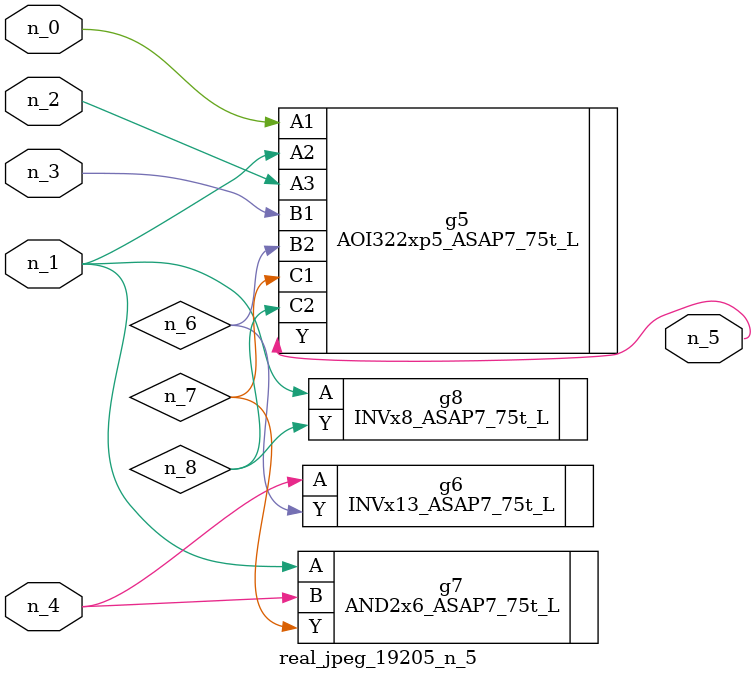
<source format=v>
module real_jpeg_19205_n_5 (n_4, n_0, n_1, n_2, n_3, n_5);

input n_4;
input n_0;
input n_1;
input n_2;
input n_3;

output n_5;

wire n_8;
wire n_6;
wire n_7;

AOI322xp5_ASAP7_75t_L g5 ( 
.A1(n_0),
.A2(n_1),
.A3(n_2),
.B1(n_3),
.B2(n_6),
.C1(n_7),
.C2(n_8),
.Y(n_5)
);

AND2x6_ASAP7_75t_L g7 ( 
.A(n_1),
.B(n_4),
.Y(n_7)
);

INVx8_ASAP7_75t_L g8 ( 
.A(n_1),
.Y(n_8)
);

INVx13_ASAP7_75t_L g6 ( 
.A(n_4),
.Y(n_6)
);


endmodule
</source>
